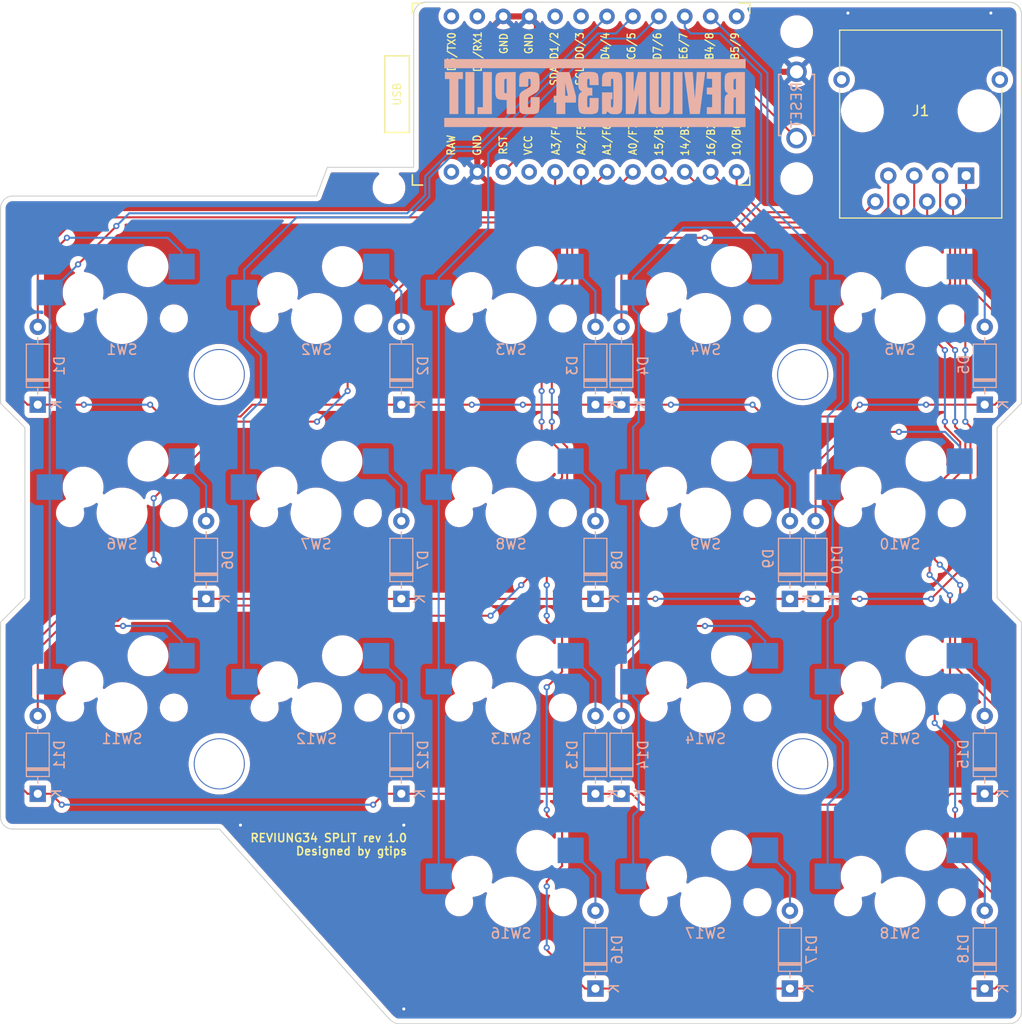
<source format=kicad_pcb>
(kicad_pcb (version 20211014) (generator pcbnew)
  (title_block (title "REVIUNG34-SPLIT-LEFT") (date "2019-09-11") (rev "1.0"))
  (layers (0 "F.Cu" signal) (31 "B.Cu" signal) (34 "B.Paste" user) (35 "F.Paste" user) (36 "B.SilkS" user "B.Silkscreen") (37 "F.SilkS" user "F.Silkscreen") (38 "B.Mask" user) (39 "F.Mask" user) (44 "Edge.Cuts" user))
  (net 0 "")
  (net 1 "Net-(D1-Pad2)")
  (net 2 "row0")
  (net 3 "Net-(D2-Pad2)")
  (net 4 "Net-(D3-Pad2)")
  (net 5 "Net-(D4-Pad2)")
  (net 6 "Net-(D5-Pad2)")
  (net 7 "Net-(D6-Pad2)")
  (net 8 "row1")
  (net 9 "Net-(D7-Pad2)")
  (net 10 "Net-(D8-Pad2)")
  (net 11 "Net-(D9-Pad2)")
  (net 12 "Net-(D10-Pad2)")
  (net 13 "Net-(D11-Pad2)")
  (net 14 "row2")
  (net 15 "Net-(D12-Pad2)")
  (net 16 "Net-(D13-Pad2)")
  (net 17 "Net-(D14-Pad2)")
  (net 18 "Net-(D15-Pad2)")
  (net 19 "Net-(D16-Pad2)")
  (net 20 "row3")
  (net 21 "Net-(D17-Pad2)")
  (net 22 "Net-(D18-Pad2)")
  (net 23 "col5")
  (net 24 "col6")
  (net 25 "col7")
  (net 26 "col8")
  (net 27 "GND")
  (net 28 "reset")
  (net 29 "col0")
  (net 30 "col1")
  (net 31 "col2")
  (net 32 "col3")
  (net 33 "col4")
  (net 34 "VCC")
  (footprint "Connector_NONAME:RJ45_NONAME_8P8C_Horizontal" (layer "F.Cu") (at 140.13 60.57 180)
    (fp_text reference "J1")
    (fp_text value "8P8C")
  )
  (footprint "_reviung-kbd:MXOnly-1U-Hotswap" (layer "F.Cu") (at 61.9 80.9)
    (fp_text reference "SW1")
    (fp_text value "SW_PUSH")
  )
  (footprint "_reviung-kbd:MXOnly-1U-Hotswap" (layer "F.Cu") (at 80.95 80.9)
    (fp_text reference "SW2")
    (fp_text value "SW_PUSH")
  )
  (footprint "_reviung-kbd:MXOnly-1U-Hotswap" (layer "F.Cu") (at 100 80.9)
    (fp_text reference "SW3")
    (fp_text value "SW_PUSH")
  )
  (footprint "_reviung-kbd:MXOnly-1U-Hotswap" (layer "F.Cu") (at 119.05 80.9)
    (fp_text reference "SW4")
    (fp_text value "SW_PUSH")
  )
  (footprint "_reviung-kbd:MXOnly-1U-Hotswap" (layer "F.Cu") (at 138.1 80.9)
    (fp_text reference "SW5")
    (fp_text value "SW_PUSH")
  )
  (footprint "_reviung-kbd:MXOnly-1U-Hotswap" (layer "F.Cu") (at 61.9 99.95)
    (fp_text reference "SW6")
    (fp_text value "SW_PUSH")
  )
  (footprint "_reviung-kbd:MXOnly-1U-Hotswap" (layer "F.Cu") (at 80.9 99.95)
    (fp_text reference "SW7")
    (fp_text value "SW_PUSH")
  )
  (footprint "_reviung-kbd:MXOnly-1U-Hotswap" (layer "F.Cu") (at 100 99.95)
    (fp_text reference "SW8")
    (fp_text value "SW_PUSH")
  )
  (footprint "_reviung-kbd:MXOnly-1U-Hotswap" (layer "F.Cu") (at 119.05 99.95)
    (fp_text reference "SW9")
    (fp_text value "SW_PUSH")
  )
  (footprint "_reviung-kbd:MXOnly-1U-Hotswap" (layer "F.Cu") (at 138.1 99.95)
    (fp_text reference "SW10")
    (fp_text value "SW_PUSH")
  )
  (footprint "_reviung-kbd:MXOnly-1U-Hotswap" (layer "F.Cu") (at 61.9 119)
    (fp_text reference "SW11")
    (fp_text value "SW_PUSH")
  )
  (footprint "_reviung-kbd:MXOnly-1U-Hotswap" (layer "F.Cu") (at 80.95 119)
    (fp_text reference "SW12")
    (fp_text value "SW_PUSH")
  )
  (footprint "_reviung-kbd:MXOnly-1U-Hotswap" (layer "F.Cu") (at 100 119)
    (fp_text reference "SW13")
    (fp_text value "SW_PUSH")
  )
  (footprint "_reviung-kbd:MXOnly-1U-Hotswap" (layer "F.Cu") (at 119.05 119)
    (fp_text reference "SW14")
    (fp_text value "SW_PUSH")
  )
  (footprint "_reviung-kbd:MXOnly-1U-Hotswap" (layer "F.Cu") (at 138.1 119)
    (fp_text reference "SW15")
    (fp_text value "SW_PUSH")
  )
  (footprint "_reviung-kbd:MXOnly-1U-Hotswap" (layer "F.Cu") (at 100 138.05)
    (fp_text reference "SW16")
    (fp_text value "SW_PUSH")
  )
  (footprint "_reviung-kbd:MXOnly-1U-Hotswap" (layer "F.Cu") (at 119.05 138.05)
    (fp_text reference "SW17")
    (fp_text value "SW_PUSH")
  )
  (footprint "_reviung-kbd:MXOnly-1U-Hotswap" (layer "F.Cu") (at 138.1 138.05)
    (fp_text reference "SW18")
    (fp_text value "SW_PUSH")
  )
  (footprint "_reviung-kbd:ProMicro" (layer "F.Cu") (at 108.64 58.94 90)
    (fp_text reference "U1" hide)
    (fp_text value "ProMicro_r" hide)
  )
  (footprint "_reviung-kbd:HOLE" (layer "F.Cu") (at 71.43 86.39)
    (fp_text reference "H1")
    (fp_text value "H1")
  )
  (footprint "_reviung-kbd:HOLE" (layer "F.Cu") (at 71.43 124.5)
    (fp_text reference "H2")
    (fp_text value "H2")
  )
  (footprint "_reviung-kbd:HOLE" (layer "F.Cu") (at 128.57 124.5)
    (fp_text reference "H3")
    (fp_text value "H3")
  )
  (footprint "_reviung-kbd:HOLE" (layer "F.Cu") (at 128.57 86.39)
    (fp_text reference "H4")
    (fp_text value "H4")
  )
  (footprint "MountingHole:MountingHole_2.2mm_M2" (layer "F.Cu") (at 88.05 68.1)
    (fp_text reference "H7" hide)
    (fp_text value "MountingHole_2.2mm_M2")
  )
  (footprint "MountingHole:MountingHole_2.2mm_M2" (layer "F.Cu") (at 127.98 52.82)
    (fp_text reference "H5" hide)
    (fp_text value "MountingHole_2.2mm_M2")
  )
  (footprint "MountingHole:MountingHole_2.2mm_M2" (layer "F.Cu") (at 127.98 67.21)
    (fp_text reference "H6" hide)
    (fp_text value "MountingHole_2.2mm_M2")
  )
  (footprint "Diode_THT:D_DO-35_SOD27_P7.62mm_Horizontal" (layer "B.Cu") (at 53.65 89.34 90)
    (fp_text reference "D1")
    (fp_text value "1N4148")
  )
  (footprint "Diode_THT:D_DO-35_SOD27_P7.62mm_Horizontal" (layer "B.Cu") (at 89.26 89.34 90)
    (fp_text reference "D2")
    (fp_text value "1N4148")
  )
  (footprint "Diode_THT:D_DO-35_SOD27_P7.62mm_Horizontal" (layer "B.Cu") (at 108.27 89.34 90)
    (fp_text reference "D3")
    (fp_text value "1N4148")
  )
  (footprint "Diode_THT:D_DO-35_SOD27_P7.62mm_Horizontal" (layer "B.Cu") (at 110.82 89.34 90)
    (fp_text reference "D4")
    (fp_text value "1N4148")
  )
  (footprint "Diode_THT:D_DO-35_SOD27_P7.62mm_Horizontal" (layer "B.Cu") (at 146.4 89.34 90)
    (fp_text reference "D5")
    (fp_text value "1N4148")
  )
  (footprint "Diode_THT:D_DO-35_SOD27_P7.62mm_Horizontal" (layer "B.Cu") (at 70.14 108.35 90)
    (fp_text reference "D6")
    (fp_text value "1N4148")
  )
  (footprint "Diode_THT:D_DO-35_SOD27_P7.62mm_Horizontal" (layer "B.Cu") (at 89.26 108.35 90)
    (fp_text reference "D7")
    (fp_text value "1N4148")
  )
  (footprint "Diode_THT:D_DO-35_SOD27_P7.62mm_Horizontal" (layer "B.Cu") (at 108.27 108.35 90)
    (fp_text reference "D8")
    (fp_text value "1N4148")
  )
  (footprint "Diode_THT:D_DO-35_SOD27_P7.62mm_Horizontal" (layer "B.Cu") (at 127.32 108.35 90)
    (fp_text reference "D9")
    (fp_text value "1N4148")
  )
  (footprint "Diode_THT:D_DO-35_SOD27_P7.62mm_Horizontal" (layer "B.Cu") (at 129.83 108.35 90)
    (fp_text reference "D10")
    (fp_text value "1N4148")
  )
  (footprint "Diode_THT:D_DO-35_SOD27_P7.62mm_Horizontal" (layer "B.Cu") (at 53.65 127.43 90)
    (fp_text reference "D11")
    (fp_text value "1N4148")
  )
  (footprint "Diode_THT:D_DO-35_SOD27_P7.62mm_Horizontal" (layer "B.Cu") (at 89.26 127.43 90)
    (fp_text reference "D12")
    (fp_text value "1N4148")
  )
  (footprint "Diode_THT:D_DO-35_SOD27_P7.62mm_Horizontal" (layer "B.Cu") (at 108.27 127.43 90)
    (fp_text reference "D13")
    (fp_text value "1N4148")
  )
  (footprint "Diode_THT:D_DO-35_SOD27_P7.62mm_Horizontal" (layer "B.Cu") (at 110.82 127.43 90)
    (fp_text reference "D14")
    (fp_text value "1N4148")
  )
  (footprint "Diode_THT:D_DO-35_SOD27_P7.62mm_Horizontal" (layer "B.Cu") (at 146.4 127.43 90)
    (fp_text reference "D15")
    (fp_text value "1N4148")
  )
  (footprint "Diode_THT:D_DO-35_SOD27_P7.62mm_Horizontal" (layer "B.Cu") (at 108.27 146.5 90)
    (fp_text reference "D16")
    (fp_text value "1N4148")
  )
  (footprint "Diode_THT:D_DO-35_SOD27_P7.62mm_Horizontal" (layer "B.Cu") (at 127.32 146.5 90)
    (fp_text reference "D17")
    (fp_text value "1N4148")
  )
  (footprint "Diode_THT:D_DO-35_SOD27_P7.62mm_Horizontal" (layer "B.Cu") (at 146.4 146.5 90)
    (fp_text reference "D18")
    (fp_text value "1N4148")
  )
  (footprint "_reviung-kbd:ResetSW_1side" (layer "B.Cu") (at 127.97 60 -90)
    (fp_text reference "RESET1" hide)
    (fp_text value "SW_PUSH")
  )
  (footprint "_reviung-kbd:REVIUNG34-split-PCB-logo" (layer "B.Cu") (at 108.24 58.83 180)
    (fp_text reference "G***" hide)
    (fp_text value "LOGO" hide)
  )
  (gr_curve (pts (xy 150.002003 51.132003) (xy 150.002003 50.473688) (xy 149.468314 49.94) (xy 148.81 49.94)) (layer "Edge.Cuts") (width 0.1))
  (gr_curve (pts (xy 80.956455 68.911086) (xy 80.956455 68.911086) (xy 51.193995 68.911086) (xy 51.193995 68.911086)) (layer "Edge.Cuts") (width 0.1))
  (gr_curve (pts (xy 90.464378 66.103075) (xy 90.464378 66.103075) (xy 82.013436 66.103075) (xy 82.013436 66.103075)) (layer "Edge.Cuts") (width 0.1))
  (gr_curve (pts (xy 88.923432 149.940012) (xy 88.923432 149.940012) (xy 148.810086 149.940012) (xy 148.810086 149.940012)) (layer "Edge.Cuts") (width 0.1))
  (gr_curve (pts (xy 90.473113 51.132003) (xy 90.473113 51.132003) (xy 90.464378 66.103075) (xy 90.464378 66.103075)) (layer "Edge.Cuts") (width 0.1))
  (gr_curve (pts (xy 147.618083 108.255088) (xy 147.618083 108.255088) (xy 147.618083 91.584637) (xy 147.618083 91.584637)) (layer "Edge.Cuts") (width 0.1))
  (gr_curve (pts (xy 150.002089 148.748009) (xy 150.002089 148.747707) (xy 150.002003 110.639094) (xy 150.002003 110.639094)) (layer "Edge.Cuts") (width 0.1))
  (gr_curve (pts (xy 87.819537 149.19839) (xy 87.819537 149.19839) (xy 88.425121 149.940012) (xy 88.923432 149.940012)) (layer "Edge.Cuts") (width 0.1))
  (gr_curve (pts (xy 150.002003 110.639094) (xy 150.002003 110.639094) (xy 147.618083 108.255088) (xy 147.618083 108.255088)) (layer "Edge.Cuts") (width 0.1))
  (gr_curve (pts (xy 51.193909 130.885533) (xy 51.193909 130.885533) (xy 71.439254 130.885533) (xy 71.439254 130.885533)) (layer "Edge.Cuts") (width 0.1))
  (gr_curve (pts (xy 51.193995 68.911086) (xy 50.535681 68.911086) (xy 50.001992 69.444753) (xy 50.001992 70.103089)) (layer "Edge.Cuts") (width 0.1))
  (gr_curve (pts (xy 82.013436 66.103075) (xy 82.013436 66.103075) (xy 80.956455 68.911086) (xy 80.956455 68.911086)) (layer "Edge.Cuts") (width 0.1))
  (gr_curve (pts (xy 52.385912 91.584637) (xy 52.385912 91.584637) (xy 52.385912 108.255088) (xy 52.385912 108.255088)) (layer "Edge.Cuts") (width 0.1))
  (gr_curve (pts (xy 148.81 49.94) (xy 148.81 49.94) (xy 91.591996 49.939074) (xy 91.588853 49.939074)) (layer "Edge.Cuts") (width 0.1))
  (gr_curve (pts (xy 52.385912 108.255088) (xy 52.385912 108.255088) (xy 50.001992 110.639094) (xy 50.001992 110.639094)) (layer "Edge.Cuts") (width 0.1))
  (gr_curve (pts (xy 50.001992 110.639094) (xy 50.001992 110.639094) (xy 50.001906 129.693229) (xy 50.001906 129.69353)) (layer "Edge.Cuts") (width 0.1))
  (gr_curve (pts (xy 71.439254 130.885533) (xy 71.439254 130.885533) (xy 87.819537 149.19839) (xy 87.819537 149.19839)) (layer "Edge.Cuts") (width 0.1))
  (gr_curve (pts (xy 147.618083 91.584637) (xy 147.618083 91.584637) (xy 150.002003 89.200631) (xy 150.002003 89.200631)) (layer "Edge.Cuts") (width 0.1))
  (gr_curve (pts (xy 50.001992 89.200631) (xy 50.001992 89.200631) (xy 52.385912 91.584637) (xy 52.385912 91.584637)) (layer "Edge.Cuts") (width 0.1))
  (gr_curve (pts (xy 50.001992 70.103089) (xy 50.001992 70.103089) (xy 50.001992 89.200631) (xy 50.001992 89.200631)) (layer "Edge.Cuts") (width 0.1))
  (gr_curve (pts (xy 150.002003 89.200631) (xy 150.002003 89.200631) (xy 150.002003 51.132003) (xy 150.002003 51.132003)) (layer "Edge.Cuts") (width 0.1))
  (gr_curve (pts (xy 148.810086 149.940012) (xy 149.468422 149.940012) (xy 150.002089 149.406323) (xy 150.002089 148.748009)) (layer "Edge.Cuts") (width 0.1))
  (gr_curve (pts (xy 50.001906 129.69353) (xy 50.001906 130.351866) (xy 50.535594 130.885533) (xy 51.193909 130.885533)) (layer "Edge.Cuts") (width 0.1))
  (gr_curve (pts (xy 91.588853 49.939074) (xy 91.07478 49.939074) (xy 90.473352 50.480748) (xy 90.473113 51.132003)) (layer "Edge.Cuts") (width 0.1))
  (gr_text "REVIUNG34 SPLIT rev 1.0\nDesigned by gtips" (at 89.9 132.4) (layer "F.SilkS") (effects (font (size 0.8 0.8)) (justify right)))
  (segment (start 53.65 81.72) (end 53.65 75.85) (width 0.2) (layer "F.Cu") (net 1))
  (segment (start 53.65 75.85) (end 56.5 73) (width 0.2) (layer "F.Cu") (net 1))
  (via (at 56.5 73) (size 0.6) (drill 0.3) (layers "F.Cu" "B.Cu") (net 1))
  (segment (start 66.372 73) (end 67.742 74.37) (width 0.2) (layer "B.Cu") (net 1))
  (segment (start 67.742 74.37) (end 67.742 75.82) (width 0.2) (layer "B.Cu") (net 1))
  (segment (start 66.372 73) (end 56.5 73) (width 0.2) (layer "B.Cu") (net 1))
  (segment (start 140.66 89.34) (end 146.4 89.34) (width 0.2) (layer "F.Cu") (net 2))
  (segment (start 101.16 89.34) (end 108.27 89.34) (width 0.2) (layer "F.Cu") (net 2))
  (segment (start 52 88.69) (end 52.65 89.34) (width 0.2) (layer "F.Cu") (net 2))
  (segment (start 124.82 90.5) (end 123.66 89.34) (width 0.2) (layer "F.Cu") (net 2))
  (segment (start 73.5 90.5) (end 65.82 90.5) (width 0.2) (layer "F.Cu") (net 2))
  (segment (start 74.66 89.34) (end 89.26 89.34) (width 0.2) (layer "F.Cu") (net 2))
  (segment (start 148 80.944) (end 148 88.74) (width 0.2) (layer "F.Cu") (net 2))
  (segment (start 89.26 89.34) (end 96.16 89.34) (width 0.2) (layer "F.Cu") (net 2))
  (segment (start 104.322 69.678) (end 103 71) (width 0.2) (layer "F.Cu") (net 2))
  (segment (start 73.5 90.5) (end 74.66 89.34) (width 0.2) (layer "F.Cu") (net 2))
  (segment (start 144.575 66.92) (end 144.575 77.519) (width 0.2) (layer "F.Cu") (net 2))
  (segment (start 133 90.5) (end 124.82 90.5) (width 0.2) (layer "F.Cu") (net 2))
  (segment (start 65.82 90.5) (end 64.66 89.34) (width 0.2) (layer "F.Cu") (net 2))
  (segment (start 147.4 89.34) (end 146.4 89.34) (width 0.2) (layer "F.Cu") (net 2))
  (segment (start 103 71) (end 57.5 71) (width 0.2) (layer "F.Cu") (net 2))
  (segment (start 53.65 89.34) (end 58.16 89.34) (width 0.2) (layer "F.Cu") (net 2))
  (segment (start 104.322 66.5486) (end 104.322 69.678) (width 0.2) (layer "F.Cu") (net 2))
  (segment (start 144.575 77.519) (end 148 80.944) (width 0.2) (layer "F.Cu") (net 2))
  (segment (start 52.65 89.34) (end 53.65 89.34) (width 0.2) (layer "F.Cu") (net 2))
  (segment (start 108.27 89.34) (end 110.82 89.34) (width 0.2) (layer "F.Cu") (net 2))
  (segment (start 134.16 89.34) (end 133 90.5) (width 0.2) (layer "F.Cu") (net 2))
  (segment (start 110.82 89.34) (end 115.66 89.34) (width 0.2) (layer "F.Cu") (net 2))
  (segment (start 52 76.5) (end 52 88.69) (width 0.2) (layer "F.Cu") (net 2))
  (segment (start 57.5 71) (end 52 76.5) (width 0.2) (layer "F.Cu") (net 2))
  (segment (start 148 88.74) (end 147.4 89.34) (width 0.2) (layer "F.Cu") (net 2))
  (via (at 101.16 89.34) (size 0.6) (drill 0.3) (layers "F.Cu" "B.Cu") (net 2))
  (via (at 58.16 89.34) (size 0.6) (drill 0.3) (layers "F.Cu" "B.Cu") (net 2))
  (via (at 123.66 89.34) (size 0.6) (drill 0.3) (layers "F.Cu" "B.Cu") (net 2))
  (via (at 134.16 89.34) (size 0.6) (drill 0.3) (layers "F.Cu" "B.Cu") (net 2))
  (via (at 115.66 89.34) (size 0.6) (drill 0.3) (layers "F.Cu" "B.Cu") (net 2))
  (via (at 96.16 89.34) (size 0.6) (drill 0.3) (layers "F.Cu" "B.Cu") (net 2))
  (via (at 140.66 89.34) (size 0.6) (drill 0.3) (layers "F.Cu" "B.Cu") (net 2))
  (via (at 64.66 89.34) (size 0.6) (drill 0.3) (layers "F.Cu" "B.Cu") (net 2))
  (segment (start 140.66 89.34) (end 134.16 89.34) (width 0.2) (layer "B.Cu") (net 2))
  (segment (start 64.66 89.34) (end 58.16 89.34) (width 0.2) (layer "B.Cu") (net 2))
  (segment (start 96.16 89.34) (end 101.16 89.34) (width 0.2) (layer "B.Cu") (net 2))
  (segment (start 123.66 89.34) (end 115.66 89.34) (width 0.2) (layer "B.Cu") (net 2))
  (segment (start 89.26 81.72) (end 89.26 78.263) (width 0.2) (layer "B.Cu") (net 3))
  (segment (start 89.26 78.263) (end 86.817 75.82) (width 0.2) (layer "B.Cu") (net 3))
  (segment (start 86.817 75.82) (end 86.792 75.82) (width 0.2) (layer "B.Cu") (net 3))
  (segment (start 108.27 78.223) (end 105.867 75.82) (width 0.2) (layer "B.Cu") (net 4))
  (segment (start 105.867 75.82) (end 105.842 75.82) (width 0.2) (layer "B.Cu") (net 4))
  (segment (start 108.27 81.72) (end 108.27 78.223) (width 0.2) (layer "B.Cu") (net 4))
  (segment (start 110.82 76.18) (end 114 73) (width 0.2) (layer "F.Cu") (net 5))
  (segment (start 110.82 81.72) (end 110.82 76.18) (width 0.2) (layer "F.Cu") (net 5))
  (segment (start 114 73) (end 119 73) (width 0.2) (layer "F.Cu") (net 5))
  (via (at 119 73) (size 0.6) (drill 0.3) (layers "F.Cu" "B.Cu") (net 5))
  (segment (start 119 73) (end 123.522 73) (width 0.2) (layer "B.Cu") (net 5))
  (segment (start 124.892 74.37) (end 124.892 75.82) (width 0.2) (layer "B.Cu") (net 5))
  (segment (start 123.522 73) (end 124.892 74.37) (width 0.2) (layer "B.Cu") (net 5))
  (segment (start 146.4 81.72) (end 146.4 78.253) (width 0.2) (layer "B.Cu") (net 6))
  (segment (start 146.4 78.253) (end 143.967 75.82) (width 0.2) (layer "B.Cu") (net 6))
  (segment (start 143.967 75.82) (end 143.942 75.82) (width 0.2) (layer "B.Cu") (net 6))
  (segment (start 70.14 100.73) (end 70.14 97.243) (width 0.2) (layer "B.Cu") (net 7))
  (segment (start 67.767 94.87) (end 67.742 94.87) (width 0.2) (layer "B.Cu") (net 7))
  (segment (start 70.14 97.243) (end 67.767 94.87) (width 0.2) (layer "B.Cu") (net 7))
  (segment (start 65 98.5) (end 72.5 91) (width 0.2) (layer "F.Cu") (net 8))
  (segment (start 123.15 108.35) (end 127.32 108.35) (width 0.2) (layer "F.Cu") (net 8))
  (segment (start 141.15 108.35) (end 145 104.5) (width 0.2) (layer "F.Cu") (net 8))
  (segment (start 85 79) (end 84 80) (width 0.2) (layer "F.Cu") (net 8))
  (segment (start 103.5 71.5) (end 95.5 71.5) (width 0.2) (layer "F.Cu") (net 8))
  (segment (start 72.5 91) (end 81 91) (width 0.2) (layer "F.Cu") (net 8))
  (segment (start 127.32 108.35) (end 129.83 108.35) (width 0.2) (layer "F.Cu") (net 8))
  (segment (start 145 104.5) (end 145 91.5) (width 0.2) (layer "F.Cu") (net 8))
  (segment (start 144 71.864) (end 143.305 71.169) (width 0.2) (layer "F.Cu") (net 8))
  (segment (start 108.27 108.35) (end 114.15 108.35) (width 0.2) (layer "F.Cu") (net 8))
  (segment (start 144 78) (end 144 71.864) (width 0.2) (layer "F.Cu") (net 8))
  (segment (start 89.26 108.35) (end 108.27 108.35) (width 0.2) (layer "F.Cu") (net 8))
  (segment (start 70.14 108.35) (end 89.26 108.35) (width 0.2) (layer "F.Cu") (net 8))
  (segment (start 70.14 108.35) (end 68.85 108.35) (width 0.2) (layer "F.Cu") (net 8))
  (segment (start 145 91.5) (end 144.5 91) (width 0.2) (layer "F.Cu") (net 8))
  (segment (start 95.5 71.5) (end 88 79) (width 0.2) (layer "F.Cu") (net 8))
  (segment (start 106.862 66.5486) (end 106.862 68.138) (width 0.2) (layer "F.Cu") (net 8))
  (segment (start 144.5 78.5) (end 144 78) (width 0.2) (layer "F.Cu") (net 8))
  (segment (start 129.83 108.35) (end 134.15 108.35) (width 0.2) (layer "F.Cu") (net 8))
  (segment (start 68.85 108.35) (end 65 104.5) (width 0.2) (layer "F.Cu") (net 8))
  (segment (start 144.5 84) (end 144.5 78.5) (width 0.2) (layer "F.Cu") (net 8))
  (segment (start 143.305 71.169) (end 143.305 69.46) (width 0.2) (layer "F.Cu") (net 8))
  (segment (start 106.862 68.138) (end 103.5 71.5) (width 0.2) (layer "F.Cu") (net 8))
  (segment (start 88 79) (end 85 79) (width 0.2) (layer "F.Cu") (net 8))
  (segment (start 84 80) (end 84 88) (width 0.2) (layer "F.Cu") (net 8))
  (via (at 65 98.5) (size 0.6) (drill 0.3) (layers "F.Cu" "B.Cu") (net 8))
  (via (at 81 91) (size 0.6) (drill 0.3) (layers "F.Cu" "B.Cu") (net 8))
  (via (at 134.15 108.35) (size 0.6) (drill 0.3) (layers "F.Cu" "B.Cu") (net 8))
  (via (at 144.5 84) (size 0.6) (drill 0.3) (layers "F.Cu" "B.Cu") (net 8))
  (via (at 141.15 108.35) (size 0.6) (drill 0.3) (layers "F.Cu" "B.Cu") (net 8))
  (via (at 114.15 108.35) (size 0.6) (drill 0.3) (layers "F.Cu" "B.Cu") (net 8))
  (via (at 144.5 91) (size 0.6) (drill 0.3) (layers "F.Cu" "B.Cu") (net 8))
  (via (at 84 88) (size 0.6) (drill 0.3) (layers "F.Cu" "B.Cu") (net 8))
  (via (at 65 104.5) (size 0.6) (drill 0.3) (layers "F.Cu" "B.Cu") (net 8))
  (via (at 123.15 108.35) (size 0.6) (drill 0.3) (layers "F.Cu" "B.Cu") (net 8))
  (segment (start 84 88) (end 81 91) (width 0.2) (layer "B.Cu") (net 8))
  (segment (start 65 98.5) (end 65 104.5) (width 0.2) (layer "B.Cu") (net 8))
  (segment (start 114.15 108.35) (end 123.15 108.35) (width 0.2) (layer "B.Cu") (net 8))
  (segment (start 134.15 108.35) (end 141.15 108.35) (width 0.2) (layer "B.Cu") (net 8))
  (segment (start 144.5 91) (end 144.5 84) (width 0.2) (layer "B.Cu") (net 8))
  (segment (start 89.26 100.73) (end 89.26 97.363) (width 0.2) (layer "B.Cu") (net 9))
  (segment (start 86.767 94.87) (end 86.742 94.87) (width 0.2) (layer "B.Cu") (net 9))
  (segment (start 89.26 97.363) (end 86.767 94.87) (width 0.2) (layer "B.Cu") (net 9))
  (segment (start 108.27 97.273) (end 105.867 94.87) (width 0.2) (layer "B.Cu") (net 10))
  (segment (start 105.867 94.87) (end 105.842 94.87) (width 0.2) (layer "B.Cu") (net 10))
  (segment (start 108.27 100.73) (end 108.27 97.273) (width 0.2) (layer "B.Cu") (net 10))
  (segment (start 124.917 94.87) (end 124.892 94.87) (width 0.2) (layer "B.Cu") (net 11))
  (segment (start 127.32 100.73) (end 127.32 97.273) (width 0.2) (layer "B.Cu") (net 11))
  (segment (start 127.32 97.273) (end 124.917 94.87) (width 0.2) (layer "B.Cu") (net 11))
  (segment (start 133 92) (end 138 92) (width 0.2) (layer "F.Cu") (net 12))
  (segment (start 129.83 100.73) (end 129.83 95.17) (width 0.2) (layer "F.Cu") (net 12))
  (segment (start 129.83 95.17) (end 133 92) (width 0.2) (layer "F.Cu") (net 12))
  (via (at 138 92) (size 0.6) (drill 0.3) (layers "F.Cu" "B.Cu") (net 12))
  (segment (start 138 92) (end 142.522 92) (width 0.2) (layer "B.Cu") (net 12))
  (segment (start 142.522 92) (end 143.942 93.42) (width 0.2) (layer "B.Cu") (net 12))
  (segment (start 143.942 93.42) (end 143.942 94.87) (width 0.2) (layer "B.Cu") (net 12))
  (segment (start 53.65 119.81) (end 53.65 113.35) (width 0.2) (layer "F.Cu") (net 13))
  (segment (start 56 111) (end 62 111) (width 0.2) (layer "F.Cu") (net 13))
  (segment (start 53.65 113.35) (end 56 111) (width 0.2) (layer "F.Cu") (net 13))
  (via (at 62 111) (size 0.6) (drill 0.3) (layers "F.Cu" "B.Cu") (net 13))
  (segment (start 66.272 111) (end 67.742 112.47) (width 0.2) (layer "B.Cu") (net 13))
  (segment (start 62 111) (end 66.272 111) (width 0.2) (layer "B.Cu") (net 13))
  (segment (start 67.742 112.47) (end 67.742 113.92) (width 0.2) (layer "B.Cu") (net 13))
  (segment (start 101 107) (end 103 105) (width 0.2) (layer "F.Cu") (net 14))
  (segment (start 86.5 128.5) (end 87.57 127.43) (width 0.2) (layer "F.Cu") (net 14))
  (segment (start 143.5 115) (end 143.5 109) (width 0.2) (layer "F.Cu") (net 14))
  (segment (start 52 126.78) (end 52.65 127.43) (width 0.2) (layer "F.Cu") (net 14))
  (segment (start 103 79.5) (end 103 88) (width 0.2) (layer "F.Cu") (net 14))
  (segment (start 148 119.5) (end 148 126.83) (width 0.2) (layer "F.Cu") (net 14))
  (segment (start 141.5 82) (end 141.5 80) (width 0.2) (layer "F.Cu") (net 14))
  (segment (start 144.5 95.5) (end 141.5 98.5) (width 0.2) (layer "F.Cu") (net 14))
  (segment (start 61.5 110.5) (end 55.5 110.5) (width 0.2) (layer "F.Cu") (net 14))
  (segment (start 143.5 115) (end 148 119.5) (width 0.2) (layer "F.Cu") (net 14))
  (segment (start 143.07 127.43) (end 146.4 127.43) (width 0.2) (layer "F.Cu") (net 14))
  (segment (start 143.5 72.126) (end 142.035 70.661) (width 0.2) (layer "F.Cu") (net 14))
  (segment (start 53 118) (end 52 119) (width 0.2) (layer "F.Cu") (net 14))
  (segment (start 111.82 127.43) (end 112.89 128.5) (width 0.2) (layer "F.Cu") (net 14))
  (segment (start 143.5 78) (end 143.5 72.126) (width 0.2) (layer "F.Cu") (net 14))
  (segment (start 88 110) (end 87 109) (width 0.2) (layer "F.Cu") (net 14))
  (segment (start 105 96.5) (end 103 98.5) (width 0.2) (layer "F.Cu") (net 14))
  (segment (start 143.5 109) (end 144 108.5) (width 0.2) (layer "F.Cu") (net 14))
  (segment (start 52.65 127.43) (end 53.65 127.43) (width 0.2) (layer "F.Cu") (net 14))
  (segment (start 141.5 98.5) (end 141.5 104.5) (width 0.2) (layer "F.Cu") (net 14))
  (segment (start 89.26 127.43) (end 108.27 127.43) (width 0.2) (layer "F.Cu") (net 14))
  (segment (start 142.035 70.661) (end 142.035 66.92) (width 0.2) (layer "F.Cu") (net 14))
  (segment (start 53 113) (end 53 118) (width 0.2) (layer "F.Cu") (net 14))
  (segment (start 110.82 127.43) (end 111.82 127.43) (width 0.2) (layer "F.Cu") (net 14))
  (segment (start 72.5 109) (end 71.5 110) (width 0.2) (layer "F.Cu") (net 14))
  (segment (start 105.5 70.4506) (end 105.5 77) (width 0.2) (layer "F.Cu") (net 14))
  (segment (start 87 109) (end 72.5 109) (width 0.2) (layer "F.Cu") (net 14))
  (segment (start 108.27 127.43) (end 110.82 127.43) (width 0.2) (layer "F.Cu") (net 14))
  (segment (start 87.57 127.43) (end 89.26 127.43) (width 0.2) (layer "F.Cu") (net 14))
  (segment (start 71.5 110) (end 62 110) (width 0.2) (layer "F.Cu") (net 14))
  (segment (start 98 110) (end 88 110) (width 0.2) (layer "F.Cu") (net 14))
  (segment (start 103 98.5) (end 103 105) (width 0.2) (layer "F.Cu") (net 14))
  (segment (start 144 108.5) (end 144 107) (width 0.2) (layer "F.Cu") (net 14))
  (segment (start 105.5 77) (end 103 79.5) (width 0.2) (layer "F.Cu") (net 14))
  (segment (start 105 94) (end 103 92) (width 0.2) (layer "F.Cu") (net 14))
  (segment (start 112.89 128.5) (end 142 128.5) (width 0.2) (layer "F.Cu") (net 14))
  (segment (start 103 92) (end 103 91) (width 0.2) (layer "F.Cu") (net 14))
  (segment (start 54.93 127.43) (end 56 128.5) (width 0.2) (layer "F.Cu") (net 14))
  (segment (start 52 119) (end 52 126.78) (width 0.2) (layer "F.Cu") (net 14))
  (segment (start 143.5 84) (end 141.5 82) (width 0.2) (layer "F.Cu") (net 14))
  (segment (start 146.4 127.43) (end 147.4 127.43) (width 0.2) (layer "F.Cu") (net 14))
  (segment (start 143.5 91) (end 143.5 91.5) (width 0.2) (layer "F.Cu") (net 14))
  (segment (start 142 105) (end 141.5 104.5) (width 0.2) (layer "F.Cu") (net 14))
  (segment (start 105 96.5) (end 105 94) (width 0.2) (layer "F.Cu") (net 14))
  (segment (start 53.65 127.43) (end 54.93 127.43) (width 0.2) (layer "F.Cu") (net 14))
  (segment (start 144.5 92.5) (end 144.5 95.5) (width 0.2) (layer "F.Cu") (net 14))
  (segment (start 147.4 127.43) (end 148 126.83) (width 0.2) (layer "F.Cu") (net 14))
  (segment (start 141.5 80) (end 143.5 78) (width 0.2) (layer "F.Cu") (net 14))
  (segment (start 109.402 66.5486) (end 105.5 70.4506) (width 0.2) (layer "F.Cu") (net 14))
  (segment (start 55.5 110.5) (end 53 113) (width 0.2) (layer "F.Cu") (net 14))
  (segment (start 142 128.5) (end 143.07 127.43) (width 0.2) (layer "F.Cu") (net 14))
  (segment (start 143.5 91.5) (end 144.5 92.5) (width 0.2) (layer "F.Cu") (net 14))
  (segment (start 62 110) (end 61.5 110.5) (width 0.2) (layer "F.Cu") (net 14))
  (via (at 56 128.5) (size 0.6) (drill 0.3) (layers "F.Cu" "B.Cu") (net 14))
  (via (at 143.5 91) (size 0.6) (drill 0.3) (layers "F.Cu" "B.Cu") (net 14))
  (via (at 142 105) (size 0.6) (drill 0.3) (layers "F.Cu" "B.Cu") (net 14))
  (via (at 143.5 84) (size 0.6) (drill 0.3) (layers "F.Cu" "B.Cu") (net 14))
  (via (at 101 107) (size 0.6) (drill 0.3) (layers "F.Cu" "B.Cu") (net 14))
  (via (at 103 88) (size 0.6) (drill 0.3) (layers "F.Cu" "B.Cu") (net 14))
  (via (at 103 91) (size 0.6) (drill 0.3) (layers "F.Cu" "B.Cu") (net 14))
  (via (at 144 107) (size 0.6) (drill 0.3) (layers "F.Cu" "B.Cu") (net 14))
  (via (at 98 110) (size 0.6) (drill 0.3) (layers "F.Cu" "B.Cu") (net 14))
  (via (at 86.5 128.5) (size 0.6) (drill 0.3) (layers "F.Cu" "B.Cu") (net 14))
  (segment (start 103 88) (end 103 91) (width 0.2) (layer "B.Cu") (net 14))
  (segment (start 101 107) (end 98 110) (width 0.2) (layer "B.Cu") (net 14))
  (segment (start 143.5 84) (end 143.5 91) (width 0.2) (layer "B.Cu") (net 14))
  (segment (start 144 107) (end 142 105) (width 0.2) (layer "B.Cu") (net 14))
  (segment (start 56 128.5) (end 86.5 128.5) (width 0.2) (layer "B.Cu") (net 14))
  (segment (start 86.817 113.92) (end 86.792 113.92) (width 0.2) (layer "B.Cu") (net 15))
  (segment (start 89.26 116.363) (end 86.817 113.92) (width 0.2) (layer "B.Cu") (net 15))
  (segment (start 89.26 119.81) (end 89.26 116.363) (width 0.2) (layer "B.Cu") (net 15))
  (segment (start 108.27 116.323) (end 105.867 113.92) (width 0.2) (layer "B.Cu") (net 16))
  (segment (start 108.27 119.81) (end 108.27 116.323) (width 0.2) (layer "B.Cu") (net 16))
  (segment (start 105.867 113.92) (end 105.842 113.92) (width 0.2) (layer "B.Cu") (net 16))
  (segment (start 114 111) (end 119 111) (width 0.2) (layer "F.Cu") (net 17))
  (segment (start 110.82 119.81) (end 110.82 114.18) (width 0.2) (layer "F.Cu") (net 17))
  (segment (start 110.82 114.18) (end 114 111) (width 0.2) (layer "F.Cu") (net 17))
  (via (at 119 111) (size 0.6) (drill 0.3) (layers "F.Cu" "B.Cu") (net 17))
  (segment (start 123.422 111) (end 124.892 112.47) (width 0.2) (layer "B.Cu") (net 17))
  (segment (start 124.892 112.47) (end 124.892 113.92) (width 0.2) (layer "B.Cu") (net 17))
  (segment (start 119 111) (end 123.422 111) (width 0.2) (layer "B.Cu") (net 17))
  (segment (start 146.4 119.81) (end 146.4 116.353) (width 0.2) (layer "B.Cu") (net 18))
  (segment (start 146.4 116.353) (end 143.967 113.92) (width 0.2) (layer "B.Cu") (net 18))
  (segment (start 143.967 113.92) (end 143.942 113.92) (width 0.2) (layer "B.Cu") (net 18))
  (segment (start 108.27 138.88) (end 108.27 135.373) (width 0.2) (layer "B.Cu") (net 19))
  (segment (start 105.867 132.97) (end 105.842 132.97) (width 0.2) (layer "B.Cu") (net 19))
  (segment (start 108.27 135.373) (end 105.867 132.97) (width 0.2) (layer "B.Cu") (net 19))
  (segment (start 103.5 136.5) (end 103.5 136) (width 0.2) (layer "F.Cu") (net 20))
  (segment (start 143 77.5) (end 143 73) (width 0.2) (layer "F.Cu") (net 20))
  (segment (start 143 73) (end 140.765 70.765) (width 0.2) (layer "F.Cu") (net 20))
  (segment (start 105.5 97) (end 103.5 99) (width 0.2) (layer "F.Cu") (net 20))
  (segment (start 104 92) (end 105.5 93.5) (width 0.2) (layer "F.Cu") (net 20))
  (segment (start 103.5 142.73) (end 103.5 142.5) (width 0.2) (layer "F.Cu") (net 20))
  (segment (start 143.5 133.5) (end 143.5 129) (width 0.2) (layer "F.Cu") (net 20))
  (segment (start 141.5 120.5) (end 141.5 118) (width 0.2) (layer "F.Cu") (net 20))
  (segment (start 142.5 91) (end 142.5 91.5) (width 0.2) (layer "F.Cu") (net 20))
  (segment (start 104 91) (end 104 92) (width 0.2) (layer "F.Cu") (net 20))
  (segment (start 104 87) (end 103.5 86.5) (width 0.2) (layer "F.Cu") (net 20))
  (segment (start 141 106) (end 141 98) (width 0.2) (layer "F.Cu") (net 20))
  (segment (start 148 145.9) (end 148 138) (width 0.2) (layer "F.Cu") (net 20))
  (segment (start 105 115.5) (end 105 112) (width 0.2) (layer "F.Cu") (net 20))
  (segment (start 108.27 146.5) (end 127.32 146.5) (width 0.2) (layer "F.Cu") (net 20))
  (segment (start 103.5 99) (end 103.5 107) (width 0.2) (layer "F.Cu") (net 20))
  (segment (start 142.5 91.5) (end 144 93) (width 0.2) (layer "F.Cu") (net 20))
  (segment (start 106 71) (end 109.0047 67.9953) (width 0.2) (layer "F.Cu") (net 20))
  (segment (start 140.765 70.765) (end 140.765 69.46) (width 0.2) (layer "F.Cu") (net 20))
  (segment (start 103.5 110.5) (end 103.5 110) (width 0.2) (layer "F.Cu") (net 20))
  (segment (start 107.27 146.5) (end 103.5 142.73) (width 0.2) (layer "F.Cu") (net 20))
  (segment (start 148 138) (end 143.5 133.5) (width 0.2) (layer "F.Cu") (net 20))
  (segment (start 103.5 129.5) (end 103.5 129) (width 0.2) (layer "F.Cu") (net 20))
  (segment (start 141 79.5) (end 143 77.5) (width 0.2) (layer "F.Cu") (net 20))
  (segment (start 144 95) (end 141 98) (width 0.2) (layer "F.Cu") (net 20))
  (segment (start 103.5 117) (end 105 115.5) (width 0.2) (layer "F.Cu") (net 20))
  (segment (start 103.5 86.5) (end 103.5 80) (width 0.2) (layer "F.Cu") (net 20))
  (segment (start 141.5 118) (end 143 116.5) (width 0.2) (layer "F.Cu") (net 20))
  (segment (start 144 93) (end 144 95) (width 0.2) (layer "F.Cu") (net 20))
  (segment (start 105 112) (end 103.5 110.5) (width 0.2) (layer "F.Cu") (net 20))
  (segment (start 110.4953 67.9953) (end 111.942 66.5486) (width 0.2) (layer "F.Cu") (net 20))
  (segment (start 106 77.5) (end 106 71) (width 0.2) (layer "F.Cu") (net 20))
  (segment (start 109.0047 67.9953) (end 110.4953 67.9953) (width 0.2) (layer "F.Cu") (net 20))
  (segment (start 108.27 146.5) (end 107.27 146.5) (width 0.2) (layer "F.Cu") (net 20))
  (segment (start 127.32 146.5) (end 146.4 146.5) (width 0.2) (layer "F.Cu") (net 20))
  (segment (start 141 82.5) (end 141 79.5) (width 0.2) (layer "F.Cu") (net 20))
  (segment (start 147.4 146.5) (end 148 145.9) (width 0.2) (layer "F.Cu") (net 20))
  (segment (start 103.5 136) (end 105 134.5) (width 0.2) (layer "F.Cu") (net 20))
  (segment (start 146.4 146.5) (end 147.4 146.5) (width 0.2) (layer "F.Cu") (net 20))
  (segment (start 105 131) (end 103.5 129.5) (width 0.2) (layer "F.Cu") (net 20))
  (segment (start 143 116.5) (end 143 108) (width 0.2) (layer "F.Cu") (net 20))
  (segment (start 105.5 93.5) (end 105.5 97) (width 0.2) (layer "F.Cu") (net 20))
  (segment (start 105 134.5) (end 105 131) (width 0.2) (layer "F.Cu") (net 20))
  (segment (start 142.5 84) (end 141 82.5) (width 0.2) (layer "F.Cu") (net 20))
  (segment (start 103.5 80) (end 106 77.5) (width 0.2) (layer "F.Cu") (net 20))
  (segment (start 104 88) (end 104 87) (width 0.2) (layer "F.Cu") (net 20))
  (via (at 142.5 91) (size 0.6) (drill 0.3) (layers "F.Cu" "B.Cu") (net 20))
  (via (at 142.5 84) (size 0.6) (drill 0.3) (layers "F.Cu" "B.Cu") (net 20))
  (via (at 141 106) (size 0.6) (drill 0.3) (layers "F.Cu" "B.Cu") (net 20))
  (via (at 143.5 129) (size 0.6) (drill 0.3) (layers "F.Cu" "B.Cu") (net 20))
  (via (at 103.5 110) (size 0.6) (drill 0.3) (layers "F.Cu" "B.Cu") (net 20))
  (via (at 103.5 136.5) (size 0.6) (drill 0.3) (layers "F.Cu" "B.Cu") (net 20))
  (via (at 103.5 129) (size 0.6) (drill 0.3) (layers "F.Cu" "B.Cu") (net 20))
  (via (at 104 91) (size 0.6) (drill 0.3) (layers "F.Cu" "B.Cu") (net 20))
  (via (at 103.5 107) (size 0.6) (drill 0.3) (layers "F.Cu" "B.Cu") (net 20))
  (via (at 143 108) (size 0.6) (drill 0.3) (layers "F.Cu" "B.Cu") (net 20))
  (via (at 141.5 120.5) (size 0.6) (drill 0.3) (layers "F.Cu" "B.Cu") (net 20))
  (via (at 103.5 142.5) (size 0.6) (drill 0.3) (layers "F.Cu" "B.Cu") (net 20))
  (via (at 103.5 117) (size 0.6) (drill 0.3) (layers "F.Cu" "B.Cu") (net 20))
  (via (at 104 88) (size 0.6) (drill 0.3) (layers "F.Cu" "B.Cu") (net 20))
  (segment (start 103.5 107) (end 103.5 110) (width 0.2) (layer "B.Cu") (net 20))
  (segment (start 103.5 136.5) (end 103.5 142.5) (width 0.2) (layer "B.Cu") (net 20))
  (segment (start 103.5 129) (end 103.5 117) (width 0.2) (layer "B.Cu") (net 20))
  (segment (start 142.5 91) (end 142.5 84) (width 0.2) (layer "B.Cu") (net 20))
  (segment (start 143.5 122.5) (end 141.5 120.5) (width 0.2) (layer "B.Cu") (net 20))
  (segment (start 104 88) (end 104 91) (width 0.2) (layer "B.Cu") (net 20))
  (segment (start 143.51 126.492) (end 143.5 126.482) (width 0.2) (layer "B.Cu") (net 20))
  (segment (start 143 108) (end 141 106) (width 0.2) (layer "B.Cu") (net 20))
  (segment (start 143.5 126.502) (end 143.51 126.492) (width 0.2) (layer "B.Cu") (net 20))
  (segment (start 143.5 126.482) (end 143.5 122.5) (width 0.2) (layer "B.Cu") (net 20))
  (segment (start 143.5 129) (end 143.5 126.502) (width 0.2) (layer "B.Cu") (net 20))
  (segment (start 124.917 132.97) (end 124.892 132.97) (width 0.2) (layer "B.Cu") (net 21))
  (segment (start 127.32 138.88) (end 127.32 135.373) (width 0.2) (layer "B.Cu") (net 21))
  (segment (start 127.32 135.373) (end 124.917 132.97) (width 0.2) (layer "B.Cu") (net 21))
  (segment (start 143.967 132.97) (end 143.942 132.97) (width 0.2) (layer "B.Cu") (net 22))
  (segment (start 146.4 138.88) (end 146.4 135.403) (width 0.2) (layer "B.Cu") (net 22))
  (segment (start 146.4 135.403) (end 143.967 132.97) (width 0.2) (layer "B.Cu") (net 22))
  (segment (start 119.5333 68.5333) (end 123 72) (width 0.2) (layer "F.Cu") (net 23))
  (segment (start 139.495 70.505) (end 139.495 66.92) (width 0.2) (layer "F.Cu") (net 23))
  (segment (start 138 72) (end 139.495 70.505) (width 0.2) (layer "F.Cu") (net 23))
  (segment (start 123 72) (end 138 72) (width 0.2) (layer "F.Cu") (net 23))
  (segment (start 114.482 66.5486) (end 116.4667 68.5333) (width 0.2) (layer "F.Cu") (net 23))
  (segment (start 116.4667 68.5333) (end 119.5333 68.5333) (width 0.2) (layer "F.Cu") (net 23))
  (segment (start 137.5 71.5) (end 138.225 70.775) (width 0.2) (layer "F.Cu") (net 24))
  (segment (start 123.5 71.5) (end 137.5 71.5) (width 0.2) (layer "F.Cu") (net 24))
  (segment (start 120.0133 68.0133) (end 123.5 71.5) (width 0.2) (layer "F.Cu") (net 24))
  (segment (start 117.022 66.5486) (end 118.4867 68.0133) (width 0.2) (layer "F.Cu") (net 24))
  (segment (start 138.225 70.775) (end 138.225 69.46) (width 0.2) (layer "F.Cu") (net 24))
  (segment (start 118.4867 68.0133) (end 120.0133 68.0133) (width 0.2) (layer "F.Cu") (net 24))
  (segment (start 136 71) (end 136.955 70.045) (width 0.2) (layer "F.Cu") (net 25))
  (segment (start 136.955 70.045) (end 136.955 66.92) (width 0.2) (layer "F.Cu") (net 25))
  (segment (start 119.562 66.5486) (end 124.0134 71) (width 0.2) (layer "F.Cu") (net 25))
  (segment (start 124.0134 71) (end 136 71) (width 0.2) (layer "F.Cu") (net 25))
  (segment (start 122.102 68.102) (end 124.5 70.5) (width 0.2) (layer "F.Cu") (net 26))
  (segment (start 122.102 66.5486) (end 122.102 68.102) (width 0.2) (layer "F.Cu") (net 26))
  (segment (start 134.645 70.5) (end 135.685 69.46) (width 0.2) (layer "F.Cu") (net 26))
  (segment (start 124.5 70.5) (end 134.645 70.5) (width 0.2) (layer "F.Cu") (net 26))
  (segment (start 99.242 51.3286) (end 101.782 51.3286) (width 0.6) (layer "F.Cu") (net 27))
  (segment (start 101.782 51.3286) (end 102.543999 52.090599) (width 0.6) (layer "F.Cu") (net 27))
  (segment (start 102.543999 53.043999) (end 106.25 56.75) (width 0.6) (layer "F.Cu") (net 27))
  (segment (start 96.702 66.5486) (end 96.702 53.8686) (width 0.6) (layer "F.Cu") (net 27))
  (segment (start 96.702 53.8686) (end 99.242 51.3286) (width 0.6) (layer "F.Cu") (net 27))
  (segment (start 102.543999 52.090599) (end 102.543999 53.043999) (width 0.6) (layer "F.Cu") (net 27))
  (segment (start 106.25 56.75) (end 127.97 56.75) (width 0.6) (layer "F.Cu") (net 27))
  (via (at 89.5 148.5) (size 0.6) (drill 0.3) (layers "F.Cu" "B.Cu") (net 27))
  (via (at 133 51) (size 0.6) (drill 0.3) (layers "F.Cu" "B.Cu") (net 27))
  (via (at 89.5 130.5) (size 0.6) (drill 0.3) (layers "F.Cu" "B.Cu") (net 27))
  (via (at 147 51) (size 0.6) (drill 0.3) (layers "F.Cu" "B.Cu") (net 27))
  (via (at 73.5 130.5) (size 0.6) (drill 0.3) (layers "F.Cu" "B.Cu") (net 27))
  (segment (start 99.242 66.5486) (end 108.2906 57.5) (width 0.2) (layer "F.Cu") (net 28))
  (segment (start 108.2906 57.5) (end 122.22 57.5) (width 0.2) (layer "F.Cu") (net 28))
  (segment (start 122.22 57.5) (end 127.97 63.25) (width 0.2) (layer "F.Cu") (net 28))
  (segment (start 57.6 75.6) (end 61.35 71.85) (width 0.2) (layer "F.Cu") (net 29))
  (via (at 57.6 75.6) (size 0.6) (drill 0.3) (layers "F.Cu" "B.Cu") (net 29))
  (via (at 61.35 71.85) (size 0.6) (drill 0.3) (layers "F.Cu" "B.Cu") (net 29))
  (segment (start 57.6 75.6) (end 54.84 78.36) (width 0.2) (layer "B.Cu") (net 29))
  (segment (start 96.63012 64.10048) (end 109.402 51.3286) (width 0.2) (layer "B.Cu") (net 29))
  (segment (start 54.815 97.41) (end 54.815 116.46) (width 0.2) (layer "B.Cu") (net 29))
  (segment (start 61.35 71.85) (end 62.59952 70.60048) (width 0.2) (layer "B.Cu") (net 29))
  (segment (start 62.59952 70.60048) (end 89.834514 70.60048) (width 0.2) (layer "B.Cu") (net 29))
  (segment (start 91.60048 68.834514) (end 91.600481 66.973351) (width 0.2) (layer "B.Cu") (net 29))
  (segment (start 54.84 78.36) (end 54.815 78.36) (width 0.2) (layer "B.Cu") (net 29))
  (segment (start 94.473352 64.10048) (end 96.63012 64.10048) (width 0.2) (layer "B.Cu") (net 29))
  (segment (start 54.815 78.36) (end 54.815 97.41) (width 0.2) (layer "B.Cu") (net 29))
  (segment (start 91.600481 66.973351) (end 94.473352 64.10048) (width 0.2) (layer "B.Cu") (net 29))
  (segment (start 89.834514 70.60048) (end 91.60048 68.834514) (width 0.2) (layer "B.Cu") (net 29))
  (segment (start 97 64.5) (end 94.638838 64.5) (width 0.2) (layer "B.Cu") (net 30))
  (segment (start 73.865 78.36) (end 73.865 82.865) (width 0.2) (layer "B.Cu") (net 30))
  (segment (start 75.5 89) (end 73.815 90.685) (width 0.2) (layer "B.Cu") (net 30))
  (segment (start 73.865 76.135) (end 73.865 78.36) (width 0.2) (layer "B.Cu") (net 30))
  (segment (start 73.815 90.685) (end 73.815 97.41) (width 0.2) (layer "B.Cu") (net 30))
  (segment (start 92 69) (end 90 71) (width 0.2) (layer "B.Cu") (net 30))
  (segment (start 108.5 53) (end 97 64.5) (width 0.2) (layer "B.Cu") (net 30))
  (segment (start 75.5 84.5) (end 75.5 89) (width 0.2) (layer "B.Cu") (net 30))
  (segment (start 73.815 97.41) (end 73.815 116.41) (width 0.2) (layer "B.Cu") (net 30))
  (segment (start 110.2706 53) (end 108.5 53) (width 0.2) (layer "B.Cu") (net 30))
  (segment (start 73.865 82.865) (end 75.5 84.5) (width 0.2) (layer "B.Cu") (net 30))
  (segment (start 94.638838 64.5) (end 92 67.138838) (width 0.2) (layer "B.Cu") (net 30))
  (segment (start 111.942 51.3286) (end 110.2706 53) (width 0.2) (layer "B.Cu") (net 30))
  (segment (start 73.815 116.41) (end 73.865 116.46) (width 0.2) (layer "B.Cu") (net 30))
  (segment (start 92 67.138838) (end 92 69) (width 0.2) (layer "B.Cu") (net 30))
  (segment (start 79 71) (end 73.865 76.135) (width 0.2) (layer "B.Cu") (net 30))
  (segment (start 90 71) (end 79 71) (width 0.2) (layer "B.Cu") (net 30))
  (segment (start 112.3106 53.5) (end 109 53.5) (width 0.2) (layer "B.Cu") (net 31))
  (segment (start 92.915 97.41) (end 92.915 116.46) (width 0.2) (layer "B.Cu") (net 31))
  (segment (start 97.764001 64.735999) (end 97.764001 72.060999) (width 0.2) (layer "B.Cu") (net 31))
  (segment (start 92.915 116.46) (end 92.915 135.51) (width 0.2) (layer "B.Cu") (net 31))
  (segment (start 109 53.5) (end 97.764001 64.735999) (width 0.2) (layer "B.Cu") (net 31))
  (segment (start 92.915 76.91) (end 92.915 78.36) (width 0.2) (layer "B.Cu") (net 31))
  (segment (start 114.482 51.3286) (end 112.3106 53.5) (width 0.2) (layer "B.Cu") (net 31))
  (segment (start 92.915 78.36) (end 92.915 97.41) (width 0.2) (layer "B.Cu") (net 31))
  (segment (start 97.764001 72.060999) (end 92.915 76.91) (width 0.2) (layer "B.Cu") (net 31))
  (segment (start 111.965 129.535) (end 112.5 129) (width 0.2) (layer "B.Cu") (net 32))
  (segment (start 111.965 91.535) (end 111.965 97.41) (width 0.2) (layer "B.Cu") (net 32))
  (segment (start 111.965 135.51) (end 111.965 129.535) (width 0.2) (layer "B.Cu") (net 32))
  (segment (start 111.965 78.36) (end 111.965 79.965) (width 0.2) (layer "B.Cu") (net 32))
  (segment (start 112.5 91) (end 111.965 91.535) (width 0.2) (layer "B.Cu") (net 32))
  (segment (start 117.61577 53) (end 120.5 53) (width 0.2) (layer "B.Cu") (net 32))
  (segment (start 124.5 69.5) (end 122 72) (width 0.2) (layer "B.Cu") (net 32))
  (segment (start 111.965 97.41) (end 111.965 116.46) (width 0.2) (layer "B.Cu") (net 32))
  (segment (start 122 72) (end 116.875 72) (width 0.2) (layer "B.Cu") (net 32))
  (segment (start 111.965 117.91) (end 111.965 116.46) (width 0.2) (layer "B.Cu") (net 32))
  (segment (start 117.022 51.3286) (end 117.022 52.40623) (width 0.2) (layer "B.Cu") (net 32))
  (segment (start 112.5 80.5) (end 112.5 91) (width 0.2) (layer "B.Cu") (net 32))
  (segment (start 112.5 118.445) (end 111.965 117.91) (width 0.2) (layer "B.Cu") (net 32))
  (segment (start 111.965 79.965) (end 112.5 80.5) (width 0.2) (layer "B.Cu") (net 32))
  (segment (start 111.965 76.91) (end 111.965 78.36) (width 0.2) (layer "B.Cu") (net 32))
  (segment (start 116.875 72) (end 111.965 76.91) (width 0.2) (layer "B.Cu") (net 32))
  (segment (start 117.022 52.40623) (end 117.61577 53) (width 0.2) (layer "B.Cu") (net 32))
  (segment (start 112.5 129) (end 112.5 118.445) (width 0.2) (layer "B.Cu") (net 32))
  (segment (start 124.5 69.5) (end 124.5 57) (width 0.2) (layer "B.Cu") (net 32))
  (segment (start 120.5 53) (end 124.5 57) (width 0.2) (layer "B.Cu") (net 32))
  (segment (start 131.015 120.985) (end 132.5 122.47) (width 0.2) (layer "B.Cu") (net 33))
  (segment (start 131.015 90.485) (end 131.015 97.41) (width 0.2) (layer "B.Cu") (net 33))
  (segment (start 131.015 116.46) (end 131.015 120.985) (width 0.2) (layer "B.Cu") (net 33))
  (segment (start 125.1167 69.6167) (end 131.015 75.515) (width 0.2) (layer "B.Cu") (net 33))
  (segment (start 131.015 98.86) (end 131.5 99.345) (width 0.2) (layer "B.Cu") (net 33))
  (segment (start 131.015 97.41) (end 131.015 98.86) (width 0.2) (layer "B.Cu") (net 33))
  (segment (start 119.562 51.3286) (end 125.1167 56.8833) (width 0.2) (layer "B.Cu") (net 33))
  (segment (start 131.015 128.485) (end 131.015 135.51) (width 0.2) (layer "B.Cu") (net 33))
  (segment (start 131.015 110.485) (end 131.015 116.46) (width 0.2) (layer "B.Cu") (net 33))
  (segment (start 132.5 84.47) (end 132.5 89) (width 0.2) (layer "B.Cu") (net 33))
  (segment (start 125.1167 56.8833) (end 125.1167 69.6167) (width 0.2) (layer "B.Cu") (net 33))
  (segment (start 132.5 89) (end 131.015 90.485) (width 0.2) (layer "B.Cu") (net 33))
  (segment (start 131.015 82.985) (end 132.5 84.47) (width 0.2) (layer "B.Cu") (net 33))
  (segment (start 131.015 75.515) (end 131.015 78.36) (width 0.2) (layer "B.Cu") (net 33))
  (segment (start 131.5 110) (end 131.015 110.485) (width 0.2) (layer "B.Cu") (net 33))
  (segment (start 131.015 78.36) (end 131.015 82.985) (width 0.2) (layer "B.Cu") (net 33))
  (segment (start 132.5 122.47) (end 132.5 127) (width 0.2) (layer "B.Cu") (net 33))
  (segment (start 131.5 99.345) (end 131.5 110) (width 0.2) (layer "B.Cu") (net 33))
  (segment (start 132.5 127) (end 131.015 128.485) (width 0.2) (layer "B.Cu") (net 33))
  (zone (net 27) (net_name "GND") (layer "F.Cu") (connect_pads (clearance 0.508)) (min_thickness 0.254) (fill yes (thermal_gap 0.508) (thermal_bridge_width 0.508))
    (polygon (pts (xy 90.6 51.1) (xy 90.8 50.5) (xy 91.2 50.1) (xy 148.9 50) (xy 149.4 50.2) (xy 149.8 50.6) (xy 150 51.1) (xy 150 89.2) (xy 147.5 91.7) (xy 147.5 108.2) (xy 150 110.7) (xy 150 148.8) (xy 149.8 149.4) (xy 149.1 149.9) (xy 88.8 149.9) (xy 88.1 149.5) (xy 71.5 130.8) (xy 51 130.8) (xy 50.4 130.5) (xy 50.1 129.9) (xy 50.1 129.4) (xy 50.1 110.6) (xy 52.5 108.3) (xy 52.5 91.6) (xy 50.1 89.2) (xy 50.1 70) (xy 50.3 69.5) (xy 50.7 69.1) (xy 51 69) (xy 81 69) (xy 82.1 66.2) (xy 90.6 66.2)))
  )
  (zone (net 27) (net_name "GND") (layer "B.Cu") (connect_pads (clearance 0.508)) (min_thickness 0.254) (fill yes (thermal_gap 0.508) (thermal_bridge_width 0.508))
    (polygon (pts (xy 90.6 51.1) (xy 90.8 50.5) (xy 91.2 50.1) (xy 148.9 50) (xy 149.4 50.2) (xy 149.8 50.6) (xy 150 51.1) (xy 150 89.2) (xy 147.5 91.7) (xy 147.5 108.2) (xy 150 110.7) (xy 150 148.8) (xy 149.8 149.4) (xy 149.1 149.9) (xy 88.8 149.9) (xy 88.1 149.5) (xy 71.5 130.8) (xy 51 130.8) (xy 50.4 130.5) (xy 50.1 129.9) (xy 50.1 110.6) (xy 52.5 108.3) (xy 52.5 91.6) (xy 50.1 89.2) (xy 50.1 70) (xy 50.3 69.5) (xy 50.7 69.1) (xy 51 69) (xy 81 69) (xy 82.1 66.2) (xy 90.6 66.2)))
  )
)
</source>
